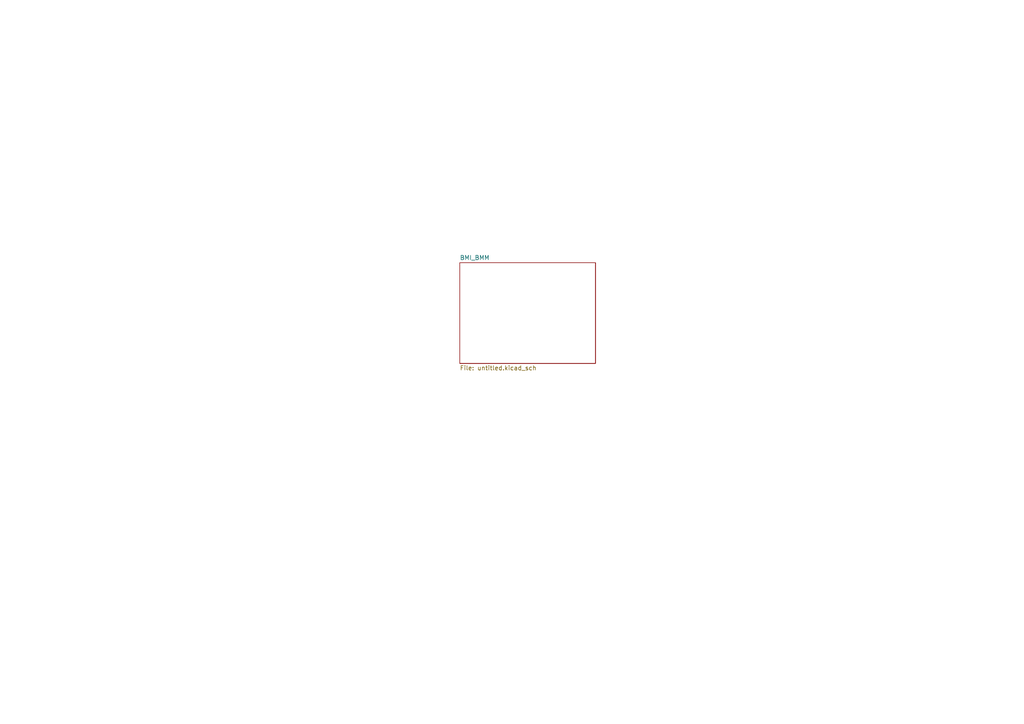
<source format=kicad_sch>
(kicad_sch
	(version 20250114)
	(generator "eeschema")
	(generator_version "9.0")
	(uuid "49ba9650-cd7b-42be-8bac-ba6797ff9714")
	(paper "A4")
	(lib_symbols)
	(sheet
		(at 133.35 76.2)
		(size 39.37 29.21)
		(exclude_from_sim no)
		(in_bom yes)
		(on_board yes)
		(dnp no)
		(fields_autoplaced yes)
		(stroke
			(width 0.1524)
			(type solid)
		)
		(fill
			(color 0 0 0 0.0000)
		)
		(uuid "56d07d9d-a927-4310-a38b-36d7bc4c0a0d")
		(property "Sheetname" "BMI_BMM"
			(at 133.35 75.4884 0)
			(effects
				(font
					(size 1.27 1.27)
				)
				(justify left bottom)
			)
		)
		(property "Sheetfile" "untitled.kicad_sch"
			(at 133.35 105.9946 0)
			(effects
				(font
					(size 1.27 1.27)
				)
				(justify left top)
			)
		)
		(instances
			(project "BMI323_BMM350"
				(path "/49ba9650-cd7b-42be-8bac-ba6797ff9714"
					(page "2")
				)
			)
		)
	)
	(sheet_instances
		(path "/"
			(page "1")
		)
	)
	(embedded_fonts no)
)

</source>
